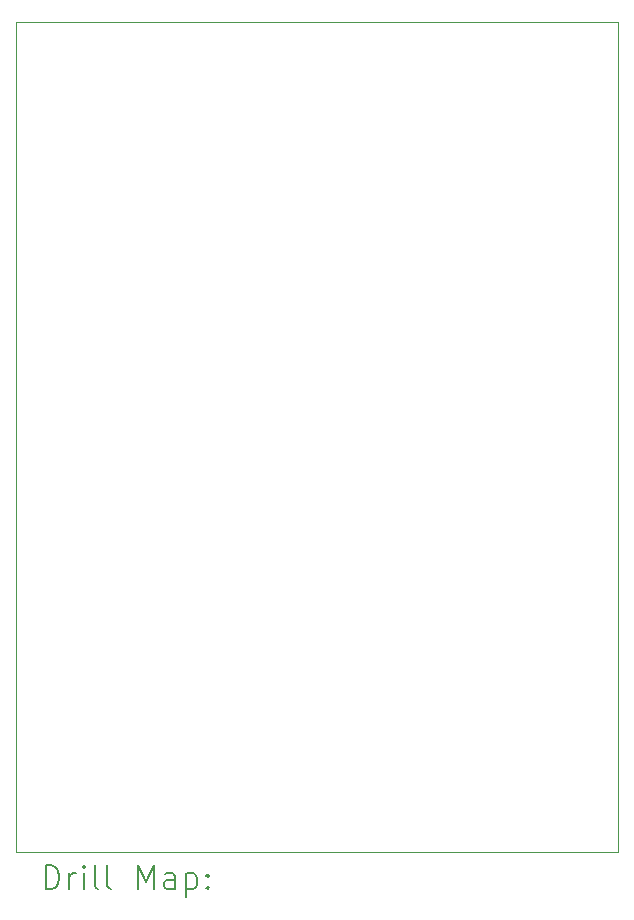
<source format=gbr>
%TF.GenerationSoftware,KiCad,Pcbnew,(6.0.8-1)-1*%
%TF.CreationDate,2022-11-13T23:54:03-06:00*%
%TF.ProjectId,BlocksBreadboard,426c6f63-6b73-4427-9265-6164626f6172,rev?*%
%TF.SameCoordinates,Original*%
%TF.FileFunction,Drillmap*%
%TF.FilePolarity,Positive*%
%FSLAX45Y45*%
G04 Gerber Fmt 4.5, Leading zero omitted, Abs format (unit mm)*
G04 Created by KiCad (PCBNEW (6.0.8-1)-1) date 2022-11-13 23:54:03*
%MOMM*%
%LPD*%
G01*
G04 APERTURE LIST*
%ADD10C,0.100000*%
%ADD11C,0.200000*%
G04 APERTURE END LIST*
D10*
X12053619Y-4470400D02*
X17156381Y-4470400D01*
X17156381Y-4470400D02*
X17156381Y-11496252D01*
X17156381Y-11496252D02*
X12053619Y-11496252D01*
X12053619Y-11496252D02*
X12053619Y-4470400D01*
D11*
X12306238Y-11811728D02*
X12306238Y-11611728D01*
X12353857Y-11611728D01*
X12382428Y-11621252D01*
X12401476Y-11640300D01*
X12411000Y-11659347D01*
X12420524Y-11697442D01*
X12420524Y-11726014D01*
X12411000Y-11764109D01*
X12401476Y-11783157D01*
X12382428Y-11802204D01*
X12353857Y-11811728D01*
X12306238Y-11811728D01*
X12506238Y-11811728D02*
X12506238Y-11678395D01*
X12506238Y-11716490D02*
X12515762Y-11697442D01*
X12525286Y-11687919D01*
X12544333Y-11678395D01*
X12563381Y-11678395D01*
X12630047Y-11811728D02*
X12630047Y-11678395D01*
X12630047Y-11611728D02*
X12620524Y-11621252D01*
X12630047Y-11630776D01*
X12639571Y-11621252D01*
X12630047Y-11611728D01*
X12630047Y-11630776D01*
X12753857Y-11811728D02*
X12734809Y-11802204D01*
X12725286Y-11783157D01*
X12725286Y-11611728D01*
X12858619Y-11811728D02*
X12839571Y-11802204D01*
X12830047Y-11783157D01*
X12830047Y-11611728D01*
X13087190Y-11811728D02*
X13087190Y-11611728D01*
X13153857Y-11754585D01*
X13220524Y-11611728D01*
X13220524Y-11811728D01*
X13401476Y-11811728D02*
X13401476Y-11706966D01*
X13391952Y-11687919D01*
X13372905Y-11678395D01*
X13334809Y-11678395D01*
X13315762Y-11687919D01*
X13401476Y-11802204D02*
X13382428Y-11811728D01*
X13334809Y-11811728D01*
X13315762Y-11802204D01*
X13306238Y-11783157D01*
X13306238Y-11764109D01*
X13315762Y-11745062D01*
X13334809Y-11735538D01*
X13382428Y-11735538D01*
X13401476Y-11726014D01*
X13496714Y-11678395D02*
X13496714Y-11878395D01*
X13496714Y-11687919D02*
X13515762Y-11678395D01*
X13553857Y-11678395D01*
X13572905Y-11687919D01*
X13582428Y-11697442D01*
X13591952Y-11716490D01*
X13591952Y-11773633D01*
X13582428Y-11792681D01*
X13572905Y-11802204D01*
X13553857Y-11811728D01*
X13515762Y-11811728D01*
X13496714Y-11802204D01*
X13677667Y-11792681D02*
X13687190Y-11802204D01*
X13677667Y-11811728D01*
X13668143Y-11802204D01*
X13677667Y-11792681D01*
X13677667Y-11811728D01*
X13677667Y-11687919D02*
X13687190Y-11697442D01*
X13677667Y-11706966D01*
X13668143Y-11697442D01*
X13677667Y-11687919D01*
X13677667Y-11706966D01*
M02*

</source>
